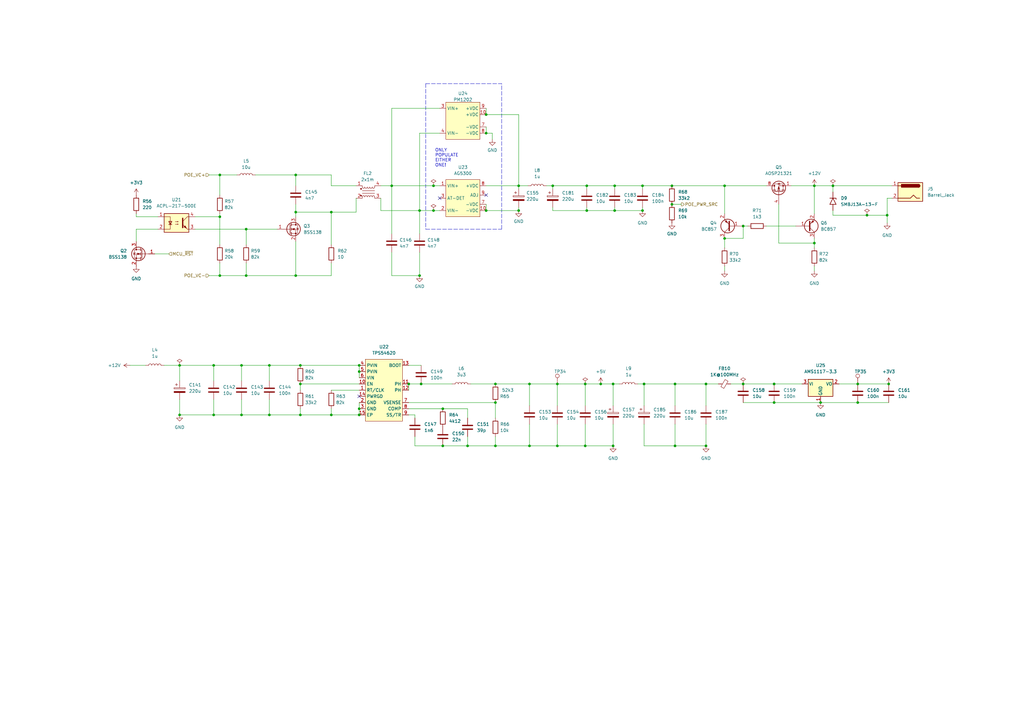
<source format=kicad_sch>
(kicad_sch (version 20211123) (generator eeschema)
  (paper "A3")
  (title_block (title "Kirdy") (date "2022-07-03") (rev "r0.1") (company "M-Labs") (comment 1 "Alex Wong Tat Hang"))
  (lib_symbols
    (symbol "Connector:Barrel_Jack" (pin_names (offset 1.016))
      (property "Reference" "J" (at 0 5.334 0))
      (property "Value" "Barrel_Jack" (at 0 -5.08 0))
      (symbol "Barrel_Jack_1_1"
        (pin passive line (at 7.62 2.54 180) (length 2.54) (name "~") (number "1"))
        (pin passive line (at 7.62 -2.54 180) (length 2.54) (name "~") (number "2"))
      )
    )
    (symbol "Connector:TestPoint" (pin_numbers hide) (pin_names (offset 0.762) hide)
      (property "Reference" "TP" (at 0 6.858 0))
      (property "Value" "TestPoint" (at 0 5.08 0))
      (symbol "TestPoint_1_1"
        (pin passive line (at 0 0 90) (length 2.54) (name "1") (number "1"))
      )
    )
    (symbol "Device:C" (pin_numbers hide) (pin_names (offset 0.254))
      (property "Reference" "C" (at 0.635 2.54 0))
      (property "Value" "C" (at 0.635 -2.54 0))
      (symbol "C_1_1"
        (pin passive line (at 0 3.81 270) (length 2.794) (name "~") (number "1"))
        (pin passive line (at 0 -3.81 90) (length 2.794) (name "~") (number "2"))
      )
    )
    (symbol "Device:C_Polarized" (pin_numbers hide) (pin_names (offset 0.254))
      (property "Reference" "C" (at 0.635 2.54 0))
      (property "Value" "C_Polarized" (at 0.635 -2.54 0))
      (symbol "C_Polarized_1_1"
        (pin passive line (at 0 3.81 270) (length 2.794) (name "~") (number "1"))
        (pin passive line (at 0 -3.81 90) (length 2.794) (name "~") (number "2"))
      )
    )
    (symbol "Device:FerriteBead_Small" (pin_numbers hide) (pin_names (offset 0))
      (property "Reference" "FB" (at 1.905 1.27 0))
      (property "Value" "FerriteBead_Small" (at 1.905 -1.27 0))
      (symbol "FerriteBead_Small_1_1"
        (pin passive line (at 0 2.54 270) (length 1.27) (name "~") (number "1"))
        (pin passive line (at 0 -2.54 90) (length 1.27) (name "~") (number "2"))
      )
    )
    (symbol "Device:Filter_EMI_LL_1423" (pin_names hide)
      (property "Reference" "FL" (at 0 4.445 0))
      (property "Value" "Filter_EMI_LL_1423" (at 0 -4.445 0))
      (symbol "Filter_EMI_LL_1423_1_1"
        (pin passive line (at -5.08 -2.54 0) (length 2.54) (name "1") (number "1"))
        (pin passive line (at -5.08 2.54 0) (length 2.54) (name "2") (number "2"))
        (pin passive line (at 5.08 2.54 180) (length 2.54) (name "3") (number "3"))
        (pin passive line (at 5.08 -2.54 180) (length 2.54) (name "4") (number "4"))
      )
    )
    (symbol "Device:L" (pin_numbers hide) (pin_names (offset 1.016) hide)
      (property "Reference" "L" (at -1.27 0 90))
      (property "Value" "L" (at 1.905 0 90))
      (symbol "L_1_1"
        (pin passive line (at 0 3.81 270) (length 1.27) (name "1") (number "1"))
        (pin passive line (at 0 -3.81 90) (length 1.27) (name "2") (number "2"))
      )
    )
    (symbol "Device:R" (pin_numbers hide) (pin_names (offset 0))
      (property "Reference" "R" (at 2.032 0 90))
      (property "Value" "R" (at 0 0 90))
      (symbol "R_1_1"
        (pin passive line (at 0 3.81 270) (length 1.27) (name "~") (number "1"))
        (pin passive line (at 0 -3.81 90) (length 1.27) (name "~") (number "2"))
      )
    )
    (symbol "Diode:SM6T15A" (pin_numbers hide) (pin_names (offset 1.016) hide)
      (property "Reference" "D" (at 0 2.54 0))
      (property "Value" "SM6T15A" (at 0 -2.54 0))
      (symbol "SM6T15A_1_1"
        (pin passive line (at -3.81 0 0) (length 2.54) (name "A1") (number "1"))
        (pin passive line (at 3.81 0 180) (length 2.54) (name "A2") (number "2"))
      )
    )
    (symbol "Isolator:SFH617A-2X009T"
      (property "Reference" "U" (at -3.81 5.08 0))
      (property "Value" "SFH617A-2X009T" (at 0 -5.08 0))
      (symbol "SFH617A-2X009T_1_1"
        (pin passive line (at -7.62 2.54 0) (length 2.54) (name "~") (number "1"))
        (pin passive line (at -7.62 -2.54 0) (length 2.54) (name "~") (number "2"))
        (pin passive line (at 7.62 -2.54 180) (length 2.54) (name "~") (number "3"))
        (pin passive line (at 7.62 2.54 180) (length 2.54) (name "~") (number "4"))
      )
    )
    (symbol "Regulator_Linear:AMS1117-3.3" (pin_names (offset 0.254))
      (property "Reference" "U" (at -3.81 3.175 0))
      (property "Value" "AMS1117-3.3" (at 0 3.175 0))
      (symbol "AMS1117-3.3_1_1"
        (pin power_in line (at 0 -7.62 90) (length 2.54) (name "GND") (number "1"))
        (pin power_out line (at 7.62 0 180) (length 2.54) (name "VO") (number "2"))
        (pin power_in line (at -7.62 0 0) (length 2.54) (name "VI") (number "3"))
      )
    )
    (symbol "Transistor_BJT:BC857" (pin_names (offset 0) hide)
      (property "Reference" "Q" (at 5.08 1.905 0))
      (property "Value" "BC857" (at 5.08 0 0))
      (symbol "BC857_1_1"
        (pin input line (at -5.08 0 0) (length 5.715) (name "B") (number "1"))
        (pin passive line (at 2.54 -5.08 90) (length 2.54) (name "E") (number "2"))
        (pin passive line (at 2.54 5.08 270) (length 2.54) (name "C") (number "3"))
      )
    )
    (symbol "Transistor_FET:BSS138" (pin_names hide)
      (property "Reference" "Q" (at 5.08 1.905 0))
      (property "Value" "BSS138" (at 5.08 0 0))
      (symbol "BSS138_1_1"
        (pin input line (at -5.08 0 0) (length 2.54) (name "G") (number "1"))
        (pin passive line (at 2.54 -5.08 90) (length 2.54) (name "S") (number "2"))
        (pin passive line (at 2.54 5.08 270) (length 2.54) (name "D") (number "3"))
      )
    )
    (symbol "Transistor_FET:FDS9435A" (pin_names hide)
      (property "Reference" "Q" (at 5.08 1.905 0))
      (property "Value" "FDS9435A" (at 5.08 0 0))
      (symbol "FDS9435A_1_1"
        (pin passive line (at 2.54 -5.08 90) (length 2.54) (name "S") (number "1"))
        (pin passive line (at 2.54 -5.08 90) (length 2.54) hide (name "S") (number "2"))
        (pin passive line (at 2.54 -5.08 90) (length 2.54) hide (name "S") (number "3"))
        (pin passive line (at -5.08 0 0) (length 2.54) (name "G") (number "4"))
        (pin passive line (at 2.54 5.08 270) (length 2.54) hide (name "D") (number "5"))
        (pin passive line (at 2.54 5.08 270) (length 2.54) hide (name "D") (number "6"))
        (pin passive line (at 2.54 5.08 270) (length 2.54) hide (name "D") (number "7"))
        (pin passive line (at 2.54 5.08 270) (length 2.54) (name "D") (number "8"))
      )
    )
    (symbol "kirdy:AG5300"
      (property "Reference" "U" (at 6.35 -6.35 0))
      (property "Value" "AG5300" (at -2.54 -6.35 0))
      (symbol "AG5300_0_0"
        (pin power_in line (at -8.89 7.62 0) (length 2.54) (name "VIN+") (number "1"))
        (pin power_out line (at 10.16 -2.54 180) (length 2.54) (name "-VDC") (number "10"))
        (pin power_in line (at -8.89 -2.54 0) (length 2.54) (name "VIN-") (number "2"))
        (pin output line (at -8.89 2.54 0) (length 2.54) (name "AT-DET") (number "3"))
        (pin no_connect line (at -0.635 5.715 90) (length 2.54) hide (name "NC") (number "4"))
        (pin no_connect line (at 0.635 5.715 90) (length 2.54) hide (name "NC") (number "5"))
        (pin no_connect line (at 1.905 5.715 90) (length 2.54) hide (name "NC") (number "6"))
        (pin passive line (at 10.16 0 180) (length 2.54) (name "-VDC") (number "7"))
        (pin power_out line (at 10.16 7.62 180) (length 2.54) (name "+VDC") (number "8"))
        (pin input line (at 10.16 3.81 180) (length 2.54) (name "ADJ") (number "9"))
      )
    )
    (symbol "kirdy:PM1202"
      (property "Reference" "U" (at 6.35 -6.35 0))
      (property "Value" "PM1202" (at -2.54 -6.35 0))
      (symbol "PM1202_0_0"
        (pin no_connect line (at -2.54 6.35 90) (length 2.54) hide (name "NC") (number "1"))
        (pin power_out line (at 10.16 5.08 180) (length 2.54) (name "+VDC") (number "10"))
        (pin no_connect line (at -0.635 5.715 90) (length 2.54) hide (name "NC") (number "2"))
        (pin power_in line (at -8.89 7.62 0) (length 2.54) (name "VIN+") (number "3"))
        (pin power_in line (at -8.89 -2.54 0) (length 2.54) (name "VIN-") (number "4"))
        (pin no_connect line (at 0.635 5.715 90) (length 2.54) hide (name "NC") (number "5"))
        (pin no_connect line (at 1.905 5.715 90) (length 2.54) hide (name "NC") (number "6"))
        (pin passive line (at 10.16 0 180) (length 2.54) (name "-VDC") (number "7"))
        (pin power_out line (at 10.16 -2.54 180) (length 2.54) (name "-VDC") (number "8"))
        (pin input line (at 10.16 7.62 180) (length 2.54) (name "+VDC") (number "9"))
      )
    )
    (symbol "kirdy:TPS54620"
      (property "Reference" "U" (at 0 -17.78 0))
      (property "Value" "TPS54620" (at 0 -15.24 0))
      (symbol "TPS54620_0_0"
        (pin input line (at -10.16 0 0) (length 2.54) (name "RT/CLK") (number "1"))
        (pin input line (at -10.16 2.54 0) (length 2.54) (name "EN") (number "10"))
        (pin power_out line (at 10.16 2.54 180) (length 2.54) (name "PH") (number "11"))
        (pin passive line (at 10.16 0 180) (length 2.54) (name "PH") (number "12"))
        (pin input line (at 10.16 10.16 180) (length 2.54) (name "BOOT") (number "13"))
        (pin output line (at -10.16 -2.54 0) (length 2.54) (name "PWRGD") (number "14"))
        (pin power_in line (at -10.16 -10.16 0) (length 2.54) (name "EP") (number "15"))
        (pin power_in line (at -10.16 -5.08 0) (length 2.54) (name "GND") (number "2"))
        (pin power_in line (at -10.16 -7.62 0) (length 2.54) (name "GND") (number "3"))
        (pin power_in line (at -10.16 10.16 0) (length 2.54) (name "PVIN") (number "4"))
        (pin power_in line (at -10.16 7.62 0) (length 2.54) (name "PVIN") (number "5"))
        (pin power_in line (at -10.16 5.08 0) (length 2.54) (name "VIN") (number "6"))
        (pin input line (at 10.16 -5.08 180) (length 2.54) (name "VSENSE") (number "7"))
        (pin output line (at 10.16 -7.62 180) (length 2.54) (name "COMP") (number "8"))
        (pin output line (at 10.16 -10.16 180) (length 2.54) (name "SS/TR") (number "9"))
      )
    )
    (symbol "power:+12V" (power) (pin_names (offset 0))
      (property "Value" "+12V" (at 0 3.556 0))
      (symbol "+12V_1_1"
        (pin power_in line (at 0 0 90) (length 0) hide (name "+12V") (number "1"))
      )
    )
    (symbol "power:+3V3" (power) (pin_names (offset 0))
      (property "Value" "+3V3" (at 0 3.556 0))
      (symbol "+3V3_1_1"
        (pin power_in line (at 0 0 90) (length 0) hide (name "+3V3") (number "1"))
      )
    )
    (symbol "power:+5V" (power) (pin_names (offset 0))
      (property "Value" "+5V" (at 0 3.556 0))
      (symbol "+5V_1_1"
        (pin power_in line (at 0 0 90) (length 0) hide (name "+5V") (number "1"))
      )
    )
    (symbol "power:GND" (power) (pin_names (offset 0))
      (property "Value" "GND" (at 0 -3.81 0))
      (symbol "GND_1_1"
        (pin power_in line (at 0 0 270) (length 0) hide (name "GND") (number "1"))
      )
    )
    (symbol "power:PWR_FLAG" (power) (pin_numbers hide) (pin_names (offset 0) hide)
      (property "Value" "PWR_FLAG" (at 0 3.81 0))
      (symbol "PWR_FLAG_0_0"
        (pin power_out line (at 0 0 90) (length 0) (name "pwr") (number "1"))
      )
    )
  )
  (junction (at 240.665 76.2))
  (junction (at 87.63 149.86))
  (junction (at 199.39 54.61))
  (junction (at 212.725 86.36))
  (junction (at 364.49 157.48))
  (junction (at 252.095 86.36))
  (junction (at 276.86 157.48))
  (junction (at 334.01 99.695))
  (junction (at 181.61 182.88))
  (junction (at 147.32 167.64))
  (junction (at 100.965 93.98))
  (junction (at 251.46 182.88))
  (junction (at 181.61 167.64))
  (junction (at 246.38 157.48))
  (junction (at 121.285 86.995))
  (junction (at 317.5 165.1))
  (junction (at 228.6 157.48))
  (junction (at 203.2 157.48))
  (junction (at 90.17 113.03))
  (junction (at 135.89 86.995))
  (junction (at 304.8 92.71))
  (junction (at 251.46 157.48))
  (junction (at 110.49 170.18))
  (junction (at 167.64 157.48))
  (junction (at 172.085 113.03))
  (junction (at 135.89 170.18))
  (junction (at 73.66 170.18))
  (junction (at 275.59 83.82))
  (junction (at 212.725 76.2))
  (junction (at 177.8 86.36))
  (junction (at 363.855 88.265))
  (junction (at 90.17 88.9))
  (junction (at 240.03 182.88))
  (junction (at 263.525 86.36))
  (junction (at 147.32 149.86))
  (junction (at 203.2 182.88))
  (junction (at 336.55 165.1))
  (junction (at 121.285 113.03))
  (junction (at 240.03 157.48))
  (junction (at 110.49 149.86))
  (junction (at 351.79 165.1))
  (junction (at 160.655 76.2))
  (junction (at 252.095 76.2))
  (junction (at 121.285 71.755))
  (junction (at 123.19 170.18))
  (junction (at 317.5 157.48))
  (junction (at 289.56 157.48))
  (junction (at 351.79 157.48))
  (junction (at 203.2 165.1))
  (junction (at 263.525 76.2))
  (junction (at 240.665 86.36))
  (junction (at 217.17 182.88))
  (junction (at 297.18 76.2))
  (junction (at 226.695 76.2))
  (junction (at 177.8 76.2))
  (junction (at 304.8 157.48))
  (junction (at 217.17 157.48))
  (junction (at 87.63 170.18))
  (junction (at 123.19 149.86))
  (junction (at 199.39 46.99))
  (junction (at 73.66 149.86))
  (junction (at 341.63 76.2))
  (junction (at 90.17 71.755))
  (junction (at 99.06 170.18))
  (junction (at 289.56 182.88))
  (junction (at 100.965 113.03))
  (junction (at 297.18 97.79))
  (junction (at 147.32 152.4))
  (junction (at 228.6 182.88))
  (junction (at 355.6 88.265))
  (junction (at 275.59 76.2))
  (junction (at 191.77 182.88))
  (junction (at 99.06 149.86))
  (junction (at 172.085 86.36))
  (junction (at 334.01 76.2))
  (junction (at 123.19 157.48))
  (junction (at 276.86 182.88))
  (junction (at 147.32 170.18))
  (junction (at 172.72 157.48))
  (junction (at 199.39 86.36))
  (junction (at 264.16 157.48))
  (no_connect (at 180.34 81.28))
  (no_connect (at 199.39 80.01))
  (no_connect (at 147.32 162.56))
  (wire (pts (xy 224.155 76.2) (xy 226.695 76.2)))
  (wire (pts (xy 104.775 71.755) (xy 121.285 71.755)))
  (wire (pts (xy 121.285 86.995) (xy 121.285 88.9)))
  (wire (pts (xy 135.89 167.64) (xy 135.89 170.18)))
  (wire (pts (xy 146.05 76.2) (xy 135.89 76.2)))
  (wire (pts (xy 263.525 77.47) (xy 263.525 76.2)))
  (wire (pts (xy 240.665 76.2) (xy 252.095 76.2)))
  (wire (pts (xy 87.63 149.86) (xy 99.06 149.86)))
  (wire (pts (xy 147.32 165.1) (xy 147.32 167.64)))
  (wire (pts (xy 80.01 93.98) (xy 100.965 93.98)))
  (wire (pts (xy 199.39 86.36) (xy 212.725 86.36)))
  (wire (pts (xy 110.49 149.86) (xy 123.19 149.86)))
  (wire (pts (xy 63.5 104.14) (xy 69.215 104.14)))
  (wire (pts (xy 160.655 113.03) (xy 172.085 113.03)))
  (wire (pts (xy 135.89 86.995) (xy 135.89 100.33)))
  (wire (pts (xy 99.06 163.83) (xy 99.06 170.18)))
  (wire (pts (xy 264.16 157.48) (xy 276.86 157.48)))
  (wire (pts (xy 146.05 81.28) (xy 146.05 86.995)))
  (wire (pts (xy 199.39 83.82) (xy 199.39 86.36)))
  (wire (pts (xy 172.085 103.505) (xy 172.085 113.03)))
  (wire (pts (xy 135.89 160.02) (xy 147.32 160.02)))
  (wire (pts (xy 228.6 182.88) (xy 240.03 182.88)))
  (wire (pts (xy 341.63 76.2) (xy 365.76 76.2)))
  (wire (pts (xy 99.06 170.18) (xy 110.49 170.18)))
  (wire (pts (xy 110.49 170.18) (xy 123.19 170.18)))
  (wire (pts (xy 156.21 86.36) (xy 172.085 86.36)))
  (wire (pts (xy 304.8 165.1) (xy 317.5 165.1)))
  (wire (pts (xy 170.18 179.07) (xy 170.18 182.88)))
  (wire (pts (xy 203.2 182.88) (xy 203.2 179.07)))
  (wire (pts (xy 181.61 167.64) (xy 191.77 167.64)))
  (wire (pts (xy 217.17 157.48) (xy 217.17 166.37)))
  (wire (pts (xy 53.34 149.86) (xy 59.69 149.86)))
  (wire (pts (xy 324.485 76.2) (xy 334.01 76.2)))
  (wire (pts (xy 177.8 76.2) (xy 180.34 76.2)))
  (wire (pts (xy 252.095 77.47) (xy 252.095 76.2)))
  (polyline (pts (xy 205.74 93.98) (xy 205.74 34.29)))
  (wire (pts (xy 147.32 149.86) (xy 147.32 152.4)))
  (wire (pts (xy 85.725 113.03) (xy 90.17 113.03)))
  (wire (pts (xy 80.01 88.9) (xy 90.17 88.9)))
  (wire (pts (xy 167.64 149.86) (xy 172.72 149.86)))
  (wire (pts (xy 123.19 157.48) (xy 123.19 160.02)))
  (wire (pts (xy 100.965 113.03) (xy 100.965 107.95)))
  (wire (pts (xy 123.19 167.64) (xy 123.19 170.18)))
  (wire (pts (xy 73.66 163.83) (xy 73.66 170.18)))
  (wire (pts (xy 240.03 157.48) (xy 240.03 166.37)))
  (wire (pts (xy 199.39 54.61) (xy 201.93 54.61)))
  (wire (pts (xy 251.46 182.88) (xy 251.46 173.99)))
  (wire (pts (xy 121.285 86.995) (xy 135.89 86.995)))
  (wire (pts (xy 317.5 157.48) (xy 328.93 157.48)))
  (wire (pts (xy 276.86 157.48) (xy 289.56 157.48)))
  (wire (pts (xy 99.06 149.86) (xy 110.49 149.86)))
  (wire (pts (xy 177.8 86.36) (xy 180.34 86.36)))
  (wire (pts (xy 135.89 71.755) (xy 121.285 71.755)))
  (wire (pts (xy 167.64 165.1) (xy 203.2 165.1)))
  (wire (pts (xy 90.17 80.01) (xy 90.17 71.755)))
  (wire (pts (xy 289.56 173.99) (xy 289.56 182.88)))
  (wire (pts (xy 251.46 157.48) (xy 251.46 166.37)))
  (wire (pts (xy 334.01 76.2) (xy 334.01 87.63)))
  (wire (pts (xy 123.19 157.48) (xy 147.32 157.48)))
  (wire (pts (xy 135.89 113.03) (xy 121.285 113.03)))
  (wire (pts (xy 363.855 81.28) (xy 365.76 81.28)))
  (wire (pts (xy 341.63 86.36) (xy 341.63 88.265)))
  (wire (pts (xy 87.63 170.18) (xy 99.06 170.18)))
  (wire (pts (xy 135.89 170.18) (xy 147.32 170.18)))
  (wire (pts (xy 90.17 113.03) (xy 100.965 113.03)))
  (wire (pts (xy 351.79 157.48) (xy 364.49 157.48)))
  (wire (pts (xy 135.89 107.95) (xy 135.89 113.03)))
  (wire (pts (xy 212.725 76.2) (xy 212.725 77.47)))
  (wire (pts (xy 123.19 149.86) (xy 147.32 149.86)))
  (wire (pts (xy 276.86 166.37) (xy 276.86 157.48)))
  (wire (pts (xy 263.525 76.2) (xy 275.59 76.2)))
  (wire (pts (xy 156.21 81.28) (xy 156.21 86.36)))
  (wire (pts (xy 276.86 182.88) (xy 289.56 182.88)))
  (wire (pts (xy 160.655 44.45) (xy 160.655 76.2)))
  (wire (pts (xy 55.88 93.98) (xy 64.77 93.98)))
  (wire (pts (xy 73.66 156.21) (xy 73.66 149.86)))
  (wire (pts (xy 121.285 113.03) (xy 100.965 113.03)))
  (wire (pts (xy 217.17 157.48) (xy 228.6 157.48)))
  (wire (pts (xy 90.17 87.63) (xy 90.17 88.9)))
  (wire (pts (xy 90.17 71.755) (xy 97.155 71.755)))
  (wire (pts (xy 172.085 86.36) (xy 172.085 95.885)))
  (wire (pts (xy 226.695 76.2) (xy 240.665 76.2)))
  (wire (pts (xy 55.88 99.06) (xy 55.88 93.98)))
  (wire (pts (xy 263.525 85.09) (xy 263.525 86.36)))
  (wire (pts (xy 203.2 157.48) (xy 217.17 157.48)))
  (wire (pts (xy 344.17 157.48) (xy 351.79 157.48)))
  (wire (pts (xy 123.19 170.18) (xy 135.89 170.18)))
  (wire (pts (xy 170.18 182.88) (xy 181.61 182.88)))
  (polyline (pts (xy 174.625 93.98) (xy 205.74 93.98)))
  (wire (pts (xy 334.01 76.2) (xy 341.63 76.2)))
  (wire (pts (xy 180.34 44.45) (xy 160.655 44.45)))
  (wire (pts (xy 341.63 76.2) (xy 341.63 78.74)))
  (wire (pts (xy 191.77 182.88) (xy 203.2 182.88)))
  (wire (pts (xy 172.72 157.48) (xy 185.42 157.48)))
  (wire (pts (xy 261.62 157.48) (xy 264.16 157.48)))
  (wire (pts (xy 121.285 71.755) (xy 121.285 76.2)))
  (wire (pts (xy 199.39 44.45) (xy 199.39 46.99)))
  (wire (pts (xy 90.17 88.9) (xy 90.17 100.33)))
  (wire (pts (xy 110.49 163.83) (xy 110.49 170.18)))
  (wire (pts (xy 304.8 92.71) (xy 306.705 92.71)))
  (wire (pts (xy 216.535 76.2) (xy 212.725 76.2)))
  (wire (pts (xy 100.965 93.98) (xy 113.665 93.98)))
  (wire (pts (xy 55.88 87.63) (xy 55.88 88.9)))
  (wire (pts (xy 203.2 182.88) (xy 217.17 182.88)))
  (wire (pts (xy 254 157.48) (xy 251.46 157.48)))
  (wire (pts (xy 341.63 88.265) (xy 355.6 88.265)))
  (wire (pts (xy 297.18 97.79) (xy 297.18 101.6)))
  (wire (pts (xy 297.18 76.2) (xy 297.18 87.63)))
  (wire (pts (xy 212.725 46.99) (xy 212.725 76.2)))
  (wire (pts (xy 100.965 93.98) (xy 100.965 100.33)))
  (wire (pts (xy 228.6 157.48) (xy 240.03 157.48)))
  (wire (pts (xy 264.16 182.88) (xy 264.16 173.99)))
  (wire (pts (xy 90.17 107.95) (xy 90.17 113.03)))
  (wire (pts (xy 252.095 85.09) (xy 252.095 86.36)))
  (wire (pts (xy 73.66 149.86) (xy 87.63 149.86)))
  (wire (pts (xy 319.405 83.82) (xy 319.405 99.695)))
  (wire (pts (xy 212.725 86.36) (xy 212.725 85.09)))
  (wire (pts (xy 160.655 103.505) (xy 160.655 113.03)))
  (wire (pts (xy 147.32 167.64) (xy 147.32 170.18)))
  (wire (pts (xy 299.72 157.48) (xy 304.8 157.48)))
  (polyline (pts (xy 174.625 34.29) (xy 205.74 34.29)))
  (wire (pts (xy 363.855 88.265) (xy 363.855 81.28)))
  (wire (pts (xy 252.095 76.2) (xy 263.525 76.2)))
  (wire (pts (xy 334.01 109.22) (xy 334.01 111.125)))
  (polyline (pts (xy 174.625 34.29) (xy 174.625 93.98)))
  (wire (pts (xy 297.18 109.22) (xy 297.18 111.125)))
  (wire (pts (xy 87.63 149.86) (xy 87.63 156.21)))
  (wire (pts (xy 317.5 165.1) (xy 336.55 165.1)))
  (wire (pts (xy 203.2 171.45) (xy 203.2 165.1)))
  (wire (pts (xy 167.64 157.48) (xy 172.72 157.48)))
  (wire (pts (xy 147.32 152.4) (xy 147.32 154.94)))
  (wire (pts (xy 121.285 99.06) (xy 121.285 113.03)))
  (wire (pts (xy 170.18 170.18) (xy 170.18 171.45)))
  (wire (pts (xy 193.04 157.48) (xy 203.2 157.48)))
  (wire (pts (xy 297.18 97.79) (xy 304.8 97.79)))
  (wire (pts (xy 146.05 86.995) (xy 135.89 86.995)))
  (wire (pts (xy 252.095 86.36) (xy 263.525 86.36)))
  (wire (pts (xy 355.6 88.265) (xy 363.855 88.265)))
  (wire (pts (xy 275.59 83.82) (xy 279.4 83.82)))
  (wire (pts (xy 172.085 86.36) (xy 177.8 86.36)))
  (wire (pts (xy 172.085 54.61) (xy 180.34 54.61)))
  (wire (pts (xy 226.695 77.47) (xy 226.695 76.2)))
  (wire (pts (xy 228.6 157.48) (xy 228.6 166.37)))
  (wire (pts (xy 264.16 182.88) (xy 276.86 182.88)))
  (wire (pts (xy 87.63 163.83) (xy 87.63 170.18)))
  (wire (pts (xy 191.77 182.88) (xy 191.77 179.07)))
  (wire (pts (xy 304.8 97.79) (xy 304.8 92.71)))
  (wire (pts (xy 199.39 46.99) (xy 212.725 46.99)))
  (wire (pts (xy 240.03 173.99) (xy 240.03 182.88)))
  (wire (pts (xy 121.285 83.82) (xy 121.285 86.995)))
  (wire (pts (xy 217.17 173.99) (xy 217.17 182.88)))
  (wire (pts (xy 167.64 170.18) (xy 170.18 170.18)))
  (wire (pts (xy 240.665 77.47) (xy 240.665 76.2)))
  (wire (pts (xy 199.39 76.2) (xy 212.725 76.2)))
  (wire (pts (xy 246.38 157.48) (xy 251.46 157.48)))
  (wire (pts (xy 181.61 182.88) (xy 191.77 182.88)))
  (wire (pts (xy 226.695 86.36) (xy 240.665 86.36)))
  (wire (pts (xy 240.665 86.36) (xy 252.095 86.36)))
  (wire (pts (xy 73.66 170.18) (xy 87.63 170.18)))
  (wire (pts (xy 135.89 76.2) (xy 135.89 71.755)))
  (wire (pts (xy 240.665 85.09) (xy 240.665 86.36)))
  (wire (pts (xy 276.86 173.99) (xy 276.86 182.88)))
  (wire (pts (xy 67.31 149.86) (xy 73.66 149.86)))
  (wire (pts (xy 297.18 76.2) (xy 314.325 76.2)))
  (wire (pts (xy 228.6 173.99) (xy 228.6 182.88)))
  (wire (pts (xy 110.49 149.86) (xy 110.49 156.21)))
  (wire (pts (xy 264.16 166.37) (xy 264.16 157.48)))
  (wire (pts (xy 191.77 167.64) (xy 191.77 171.45)))
  (wire (pts (xy 240.03 182.88) (xy 251.46 182.88)))
  (wire (pts (xy 160.655 76.2) (xy 177.8 76.2)))
  (wire (pts (xy 334.01 99.695) (xy 334.01 101.6)))
  (wire (pts (xy 319.405 99.695) (xy 334.01 99.695)))
  (wire (pts (xy 201.93 54.61) (xy 201.93 57.15)))
  (wire (pts (xy 226.695 86.36) (xy 226.695 85.09)))
  (wire (pts (xy 351.79 165.1) (xy 364.49 165.1)))
  (wire (pts (xy 172.085 86.36) (xy 172.085 54.61)))
  (wire (pts (xy 167.64 167.64) (xy 181.61 167.64)))
  (wire (pts (xy 304.8 157.48) (xy 317.5 157.48)))
  (wire (pts (xy 314.325 92.71) (xy 326.39 92.71)))
  (wire (pts (xy 99.06 156.21) (xy 99.06 149.86)))
  (wire (pts (xy 289.56 157.48) (xy 294.64 157.48)))
  (wire (pts (xy 167.64 157.48) (xy 167.64 160.02)))
  (wire (pts (xy 199.39 52.07) (xy 199.39 54.61)))
  (wire (pts (xy 85.725 71.755) (xy 90.17 71.755)))
  (wire (pts (xy 156.21 76.2) (xy 160.655 76.2)))
  (wire (pts (xy 55.88 88.9) (xy 64.77 88.9)))
  (wire (pts (xy 160.655 76.2) (xy 160.655 95.885)))
  (wire (pts (xy 334.01 97.79) (xy 334.01 99.695)))
  (wire (pts (xy 240.03 157.48) (xy 246.38 157.48)))
  (wire (pts (xy 217.17 182.88) (xy 228.6 182.88)))
  (wire (pts (xy 363.855 91.44) (xy 363.855 88.265)))
  (wire (pts (xy 275.59 76.2) (xy 297.18 76.2)))
  (wire (pts (xy 289.56 166.37) (xy 289.56 157.48)))
  (wire (pts (xy 336.55 165.1) (xy 351.79 165.1)))
  (text "ONLY \nPOPULATE\nEITHER\nONE!" (at 178.435 68.58 0) (effects (font (size 1.27 1.27)) (justify left bottom)))
  (hierarchical_label "POE_PWR_SRC" (shape output) (at 279.4 83.82 0))
  (hierarchical_label "POE_VC+" (shape input) (at 85.725 71.755 180))
  (hierarchical_label "POE_VC-" (shape input) (at 85.725 113.03 180))
  (hierarchical_label "MCU_~{RST}" (shape input) (at 69.215 104.14 0))
  (symbol (lib_id "Device:L") (at 189.23 157.48 90) (unit 1)
    (property "Reference" "L6" (at 189.23 151.13 90))
    (property "Value" "3u3" (at 189.23 153.67 90))
    (property "Footprint" "Inductor_SMD:L_Wuerth_MAPI-4020" (effects hide))
    (property "MFR_PN" "74438356033" (effects hide))
  )
  (symbol (lib_id "Device:C") (at 276.86 170.18 0) (unit 1)
    (property "Reference" "C186" (at 280.67 168.9099 0) (effects (justify left)))
    (property "Value" "10u" (at 280.67 171.4499 0) (effects (justify left)))
    (property "Footprint" "Capacitor_SMD:C_0805_2012Metric" (effects hide))
    (property "MFR_PN" "CL21B106KOQNNNG" (effects hide))
    (property "MFR_PN_ALT" "CL21B106KOQNNNE" (effects hide))
  )
  (symbol (lib_id "Device:C") (at 263.525 81.28 0) (unit 1)
    (property "Reference" "C184" (at 267.335 80.0099 0) (effects (justify left)))
    (property "Value" "100n" (at 267.335 82.5499 0) (effects (justify left)))
    (property "Footprint" "Capacitor_SMD:C_0603_1608Metric" (effects hide))
    (property "MFR_PN" "CL10B104KB8NNWC" (effects hide))
    (property "MFR_PN_ALT" "CL10B104KB8NNNL" (effects hide))
  )
  (symbol (lib_id "Transistor_FET:BSS138") (at 118.745 93.98 0) (unit 1)
    (property "Reference" "Q3" (at 124.46 92.7099 0) (effects (justify left)))
    (property "Value" "BSS138" (at 124.46 95.2499 0) (effects (justify left)))
    (property "Footprint" "Package_TO_SOT_SMD:SOT-23" (effects hide))
    (property "Datasheet" "https://www.onsemi.com/pub/Collateral/BSS138-D.PDF" (effects hide))
    (property "MFR_PN" "BSS138W-TP" (effects hide))
    (property "MFR_PN_ALT" "BSS138W-7-F" (effects hide))
  )
  (symbol (lib_id "Device:R") (at 90.17 104.14 0) (unit 1)
    (property "Reference" "R58" (at 92.075 102.8699 0) (effects (justify left)))
    (property "Value" "20k" (at 92.075 105.4099 0) (effects (justify left)))
    (property "Footprint" "Resistor_SMD:R_0603_1608Metric" (effects hide))
    (property "MFR_PN" "RMCF0603FT20K0" (effects hide))
    (property "MFR_PN_ALT" "RC0603FR-0720KL" (effects hide))
  )
  (symbol (lib_id "Device:L") (at 100.965 71.755 90) (unit 1)
    (property "Reference" "L5" (at 100.965 66.04 90))
    (property "Value" "10u" (at 100.965 68.58 90))
    (property "Footprint" "Inductor_SMD:L_Wuerth_WE-PD-Typ-LS" (effects hide))
    (property "MFR_PN" "74477110" (effects hide))
  )
  (symbol (lib_id "Device:C") (at 170.18 175.26 0) (unit 1)
    (property "Reference" "C147" (at 173.99 173.9899 0) (effects (justify left)))
    (property "Value" "1n6" (at 173.99 176.5299 0) (effects (justify left)))
    (property "Footprint" "Capacitor_SMD:C_0603_1608Metric" (effects hide))
    (property "MFR_PN" "GCM1885C1H162FA16D" (effects hide))
    (property "MFR_PN_ALT" "C0603C162J5GAC7867" (effects hide))
  )
  (symbol (lib_id "Device:C") (at 252.095 81.28 0) (unit 1)
    (property "Reference" "C183" (at 255.905 80.0099 0) (effects (justify left)))
    (property "Value" "10u" (at 255.905 82.5499 0) (effects (justify left)))
    (property "Footprint" "Capacitor_SMD:C_0805_2012Metric" (effects hide))
    (property "MFR_PN" "CL21B106KOQNNNG" (effects hide))
    (property "MFR_PN_ALT" "CL21B106KOQNNNE" (effects hide))
  )
  (symbol (lib_id "Device:C_Polarized") (at 264.16 170.18 0) (unit 1)
    (property "Reference" "C185" (at 267.97 168.0209 0) (effects (justify left)))
    (property "Value" "220u" (at 267.97 170.5609 0) (effects (justify left)))
    (property "Footprint" "Capacitor_Tantalum_SMD:CP_EIA-7343-15_Kemet-W" (effects hide))
    (property "MFR_PN" "T491D227K016AT" (effects hide))
    (property "MFR_PN_ALT" "293D227X9016E2TE3" (effects hide))
  )
  (symbol (lib_id "Isolator:SFH617A-2X009T") (at 72.39 91.44 0) (unit 1)
    (property "Reference" "U21" (at 72.39 81.915 0))
    (property "Value" "ACPL-217-500E" (at 72.39 84.455 0))
    (property "Footprint" "Package_DIP:SMDIP-4_W7.62mm" (effects hide))
    (property "Datasheet" "http://www.vishay.com/docs/83740/sfh617a.pdf" (effects hide))
    (property "MFR_PN" "EL3H7(C)(TA)-VG" (effects hide))
  )
  (symbol (lib_id "Device:C") (at 121.285 80.01 0) (unit 1)
    (property "Reference" "C145" (at 125.095 78.7399 0) (effects (justify left)))
    (property "Value" "4n7" (at 125.095 81.2799 0) (effects (justify left)))
    (property "Footprint" "Capacitor_SMD:C_1206_3216Metric" (effects hide))
    (property "MFR_PN" "12067C472KAT2A" (effects hide))
    (property "MFR_PN_ALT" "1206B472K501NT" (effects hide))
  )
  (symbol (lib_id "Device:C") (at 240.03 170.18 0) (unit 1)
    (property "Reference" "C156" (at 243.84 168.9099 0) (effects (justify left)))
    (property "Value" "10u" (at 243.84 171.4499 0) (effects (justify left)))
    (property "Footprint" "Capacitor_SMD:C_0805_2012Metric" (effects hide))
    (property "MFR_PN" "CL21B106KOQNNNG" (effects hide))
    (property "MFR_PN_ALT" "CL21B106KOQNNNE" (effects hide))
  )
  (symbol (lib_id "Device:R") (at 100.965 104.14 0) (unit 1)
    (property "Reference" "R59" (at 102.87 102.8699 0) (effects (justify left)))
    (property "Value" "82k" (at 102.87 105.4099 0) (effects (justify left)))
    (property "Footprint" "Resistor_SMD:R_0603_1608Metric" (effects hide))
    (property "MFR_PN" "CRGCQ0603F82K" (effects hide))
    (property "MFR_PN_ALT" "RMCF0603FT82K0" (effects hide))
  )
  (symbol (lib_id "power:GND") (at 172.085 113.03 0) (unit 1)
    (property "Reference" "#PWR0129" (effects hide))
    (property "Value" "GND" (at 172.085 117.475 0))
  )
  (symbol (lib_id "Device:C") (at 160.655 99.695 0) (unit 1)
    (property "Reference" "C146" (at 163.83 98.4249 0) (effects (justify left)))
    (property "Value" "4n7" (at 163.83 100.9649 0) (effects (justify left)))
    (property "Footprint" "Capacitor_SMD:C_1206_3216Metric" (effects hide))
    (property "MFR_PN" "12067C472KAT2A" (effects hide))
    (property "MFR_PN_ALT" "1206B472K501NT" (effects hide))
  )
  (symbol (lib_id "power:GND") (at 363.855 91.44 0) (unit 1)
    (property "Reference" "#PWR0140" (effects hide))
    (property "Value" "GND" (at 363.855 96.52 0))
  )
  (symbol (lib_id "Device:C_Polarized") (at 226.695 81.28 0) (unit 1)
    (property "Reference" "C181" (at 230.505 79.1209 0) (effects (justify left)))
    (property "Value" "220u" (at 230.505 81.6609 0) (effects (justify left)))
    (property "Footprint" "Capacitor_Tantalum_SMD:CP_EIA-7343-15_Kemet-W" (effects hide))
    (property "MFR_PN" "T491D227K016AT" (effects hide))
    (property "MFR_PN_ALT" "293D227X9016E2TE3" (effects hide))
  )
  (symbol (lib_id "power:GND") (at 334.01 111.125 0) (unit 1)
    (property "Reference" "#PWR0137" (effects hide))
    (property "Value" "GND" (at 334.01 116.205 0))
  )
  (symbol (lib_id "Device:R") (at 181.61 171.45 0) (unit 1)
    (property "Reference" "R64" (at 184.15 170.1799 0) (effects (justify left)))
    (property "Value" "4k12" (at 184.15 172.7199 0) (effects (justify left)))
    (property "Footprint" "Resistor_SMD:R_0603_1608Metric" (effects hide))
    (property "MFR_PN" "RMCF0603FT4K12" (effects hide))
    (property "MFR_PN_ALT" "RC0603FR-074K12L" (effects hide))
  )
  (symbol (lib_id "Device:C") (at 304.8 161.29 0) (unit 1)
    (property "Reference" "C158" (at 308.61 160.0199 0) (effects (justify left)))
    (property "Value" "10u" (at 308.61 162.5599 0) (effects (justify left)))
    (property "Footprint" "Capacitor_SMD:C_0805_2012Metric" (effects hide))
    (property "MFR_PN" "CL21B106KOQNNNG" (effects hide))
    (property "MFR_PN_ALT" "CL21B106KOQNNNE" (effects hide))
  )
  (symbol (lib_id "Device:C") (at 351.79 161.29 0) (unit 1)
    (property "Reference" "C160" (at 355.6 160.0199 0) (effects (justify left)))
    (property "Value" "100n" (at 355.6 162.5599 0) (effects (justify left)))
    (property "Footprint" "Capacitor_SMD:C_0603_1608Metric" (effects hide))
    (property "MFR_PN" "CL10B104KB8NNWC" (effects hide))
    (property "MFR_PN_ALT" "CL10B104KB8NNNL" (effects hide))
  )
  (symbol (lib_id "power:+12V") (at 334.01 76.2 0) (unit 1)
    (property "Reference" "#PWR0136" (effects hide))
    (property "Value" "+12V" (at 334.01 71.12 0))
  )
  (symbol (lib_id "power:PWR_FLAG") (at 304.8 157.48 0) (unit 1)
    (property "Reference" "#FLG0111" (effects hide))
    (property "Value" "PWR_FLAG" (effects hide))
  )
  (symbol (lib_id "power:GND") (at 297.18 111.125 0) (unit 1)
    (property "Reference" "#PWR0135" (effects hide))
    (property "Value" "GND" (at 297.18 116.205 0))
  )
  (symbol (lib_id "Device:C") (at 87.63 160.02 0) (unit 1)
    (property "Reference" "C142" (at 91.44 158.7499 0) (effects (justify left)))
    (property "Value" "10u" (at 91.44 161.2899 0) (effects (justify left)))
    (property "Footprint" "Capacitor_SMD:C_0805_2012Metric" (effects hide))
    (property "MFR_PN" "CL21B106KOQNNNG" (effects hide))
    (property "MFR_PN_ALT" "CL21B106KOQNNNE" (effects hide))
  )
  (symbol (lib_id "Device:R") (at 123.19 153.67 0) (unit 1)
    (property "Reference" "R60" (at 125.095 152.3999 0) (effects (justify left)))
    (property "Value" "82k" (at 125.095 154.9399 0) (effects (justify left)))
    (property "Footprint" "Resistor_SMD:R_0603_1608Metric" (effects hide))
    (property "MFR_PN" "CRGCQ0603F82K" (effects hide))
    (property "MFR_PN_ALT" "RMCF0603FT82K0" (effects hide))
  )
  (symbol (lib_id "Device:C_Polarized") (at 251.46 170.18 0) (unit 1)
    (property "Reference" "C157" (at 255.27 168.0209 0) (effects (justify left)))
    (property "Value" "220u" (at 255.27 170.5609 0) (effects (justify left)))
    (property "Footprint" "Capacitor_Tantalum_SMD:CP_EIA-7343-15_Kemet-W" (effects hide))
    (property "MFR_PN" "T491D227K016AT" (effects hide))
    (property "MFR_PN_ALT" "293D227X9016E2TE3" (effects hide))
  )
  (symbol (lib_id "kirdy:PM1202") (at 189.23 52.07 0) (unit 1)
    (property "Reference" "U24" (at 189.865 38.3372 0))
    (property "Value" "PM1202" (at 189.865 40.8741 0))
    (property "Footprint" "kirdy:PM1202" (effects hide))
  )
  (symbol (lib_id "Device:C") (at 172.72 153.67 0) (unit 1)
    (property "Reference" "C149" (at 176.53 152.3999 0) (effects (justify left)))
    (property "Value" "100n" (at 176.53 154.9399 0) (effects (justify left)))
    (property "Footprint" "Capacitor_SMD:C_0603_1608Metric" (effects hide))
    (property "MFR_PN" "CL10B104KB8NNWC" (effects hide))
    (property "MFR_PN_ALT" "CL10B104KB8NNNL" (effects hide))
  )
  (symbol (lib_id "Diode:SM6T15A") (at 341.63 82.55 270) (unit 1)
    (property "Reference" "D9" (at 344.805 81.2799 90) (effects (justify left)))
    (property "Value" "SMBJ13A-13-F" (at 344.805 83.8199 90) (effects (justify left)))
    (property "Footprint" "Diode_SMD:D_SMB" (effects hide))
    (property "Datasheet" "https://www.st.com/resource/en/datasheet/sm6t.pdf" (effects hide))
    (property "MFR_PN" "SMBJ13A-13-F" (effects hide))
    (property "MFR_PN_ALT" "P6SMB16A" (effects hide))
  )
  (symbol (lib_id "Device:C") (at 228.6 170.18 0) (unit 1)
    (property "Reference" "C154" (at 232.41 168.9099 0) (effects (justify left)))
    (property "Value" "10u" (at 232.41 171.4499 0) (effects (justify left)))
    (property "Footprint" "Capacitor_SMD:C_0805_2012Metric" (effects hide))
    (property "MFR_PN" "CL21B106KOQNNNG" (effects hide))
    (property "MFR_PN_ALT" "CL21B106KOQNNNE" (effects hide))
  )
  (symbol (lib_id "Device:R") (at 203.2 161.29 180) (unit 1)
    (property "Reference" "R65" (at 207.01 162.56 0))
    (property "Value" "52k3" (at 208.28 160.02 0))
    (property "Footprint" "Resistor_SMD:R_0603_1608Metric" (effects hide))
    (property "MFR_PN" "CR0603-FX-5232ELF" (effects hide))
    (property "MFR_PN_ALT" "ERJ-3EKF5232V" (effects hide))
  )
  (symbol (lib_id "Device:C") (at 191.77 175.26 0) (unit 1)
    (property "Reference" "C151" (at 195.58 173.9899 0) (effects (justify left)))
    (property "Value" "39p" (at 195.58 176.5299 0) (effects (justify left)))
    (property "Footprint" "Capacitor_SMD:C_0603_1608Metric" (effects hide))
    (property "MFR_PN" "0603N390J500CT" (effects hide))
    (property "MFR_PN_ALT" "CML0603C0G390JT50V" (effects hide))
  )
  (symbol (lib_id "power:+3V3") (at 55.88 80.01 0) (unit 1)
    (property "Reference" "#PWR0126" (effects hide))
    (property "Value" "+3V3" (at 55.88 74.93 0))
  )
  (symbol (lib_id "Device:R") (at 275.59 80.01 0) (unit 1)
    (property "Reference" "R68" (at 278.13 78.7399 0) (effects (justify left)))
    (property "Value" "33k2" (at 278.13 81.2799 0) (effects (justify left)))
    (property "Footprint" "Resistor_SMD:R_0603_1608Metric" (effects hide))
    (property "MFR_PN" "CR0603-FX-3322ELF" (effects hide))
    (property "MFR_PN_ALT" "RC0603FR-0733K2L" (effects hide))
  )
  (symbol (lib_id "kirdy:AG5300") (at 189.23 83.82 0) (unit 1)
    (property "Reference" "U23" (at 189.865 68.58 0))
    (property "Value" "AG5300" (at 189.865 71.12 0))
    (property "Footprint" "kirdy:AG5300" (effects hide))
    (property "Datasheet" "https://silvertel.com/images/datasheets/Ag5300-datasheet-smallest-30W-Power-Over-Ethernet-Plus-Module-PoEplusPD.pdf" (effects hide))
    (property "MFR_PN" "AG5300" (effects hide))
  )
  (symbol (lib_id "power:GND") (at 73.66 170.18 0) (unit 1)
    (property "Reference" "#PWR0128" (effects hide))
    (property "Value" "GND" (at 73.66 175.26 0))
  )
  (symbol (lib_id "power:PWR_FLAG") (at 177.8 76.2 0) (unit 1)
    (property "Reference" "#FLG0115" (effects hide))
    (property "Value" "PWR_FLAG" (effects hide))
  )
  (symbol (lib_id "power:GND") (at 55.88 109.22 0) (unit 1)
    (property "Reference" "#PWR0127" (effects hide))
    (property "Value" "GND" (at 55.88 114.3 0))
  )
  (symbol (lib_id "Device:R") (at 310.515 92.71 90) (unit 1)
    (property "Reference" "R71" (at 310.515 86.36 90))
    (property "Value" "1k3" (at 310.515 88.9 90))
    (property "Footprint" "Resistor_SMD:R_0603_1608Metric" (effects hide))
    (property "MFR_PN" "RC0603FR-071K3L" (effects hide))
    (property "MFR_PN_ALT" "CRCW06031K30FKEAC" (effects hide))
  )
  (symbol (lib_id "Device:C_Polarized") (at 212.725 81.28 0) (unit 1)
    (property "Reference" "C155" (at 215.9 79.1209 0) (effects (justify left)))
    (property "Value" "220u" (at 215.9 81.6609 0) (effects (justify left)))
    (property "Footprint" "Capacitor_Tantalum_SMD:CP_EIA-7343-15_Kemet-W" (effects hide))
    (property "MFR_PN" "T491D227K016AT" (effects hide))
    (property "MFR_PN_ALT" "293D227X9016E2TE3" (effects hide))
  )
  (symbol (lib_id "Device:C") (at 240.665 81.28 0) (unit 1)
    (property "Reference" "C182" (at 244.475 80.0099 0) (effects (justify left)))
    (property "Value" "10u" (at 244.475 82.5499 0) (effects (justify left)))
    (property "Footprint" "Capacitor_SMD:C_0805_2012Metric" (effects hide))
    (property "MFR_PN" "CL21B106KOQNNNG" (effects hide))
    (property "MFR_PN_ALT" "CL21B106KOQNNNE" (effects hide))
  )
  (symbol (lib_id "Device:L") (at 257.81 157.48 90) (unit 1)
    (property "Reference" "L9" (at 257.81 151.13 90))
    (property "Value" "1u" (at 257.81 153.67 90))
    (property "Footprint" "Inductor_SMD:L_1008_2520Metric" (effects hide))
    (property "MFR_PN" "DFE252012F-1R0M=P2" (effects hide))
    (property "MFR_PN_ALT" "DFE252012P-1R0M=P2" (effects hide))
  )
  (symbol (lib_id "Device:C") (at 289.56 170.18 0) (unit 1)
    (property "Reference" "C187" (at 293.37 168.9099 0) (effects (justify left)))
    (property "Value" "100n" (at 293.37 171.4499 0) (effects (justify left)))
    (property "Footprint" "Capacitor_SMD:C_0603_1608Metric" (effects hide))
    (property "MFR_PN" "CL10B104KB8NNWC" (effects hide))
    (property "MFR_PN_ALT" "CL10B104KB8NNNL" (effects hide))
  )
  (symbol (lib_id "Connector:TestPoint") (at 228.6 157.48 0) (unit 1)
    (property "Reference" "TP34" (at 227.33 152.4 0) (effects (justify left)))
    (property "Value" "TestPoint" (effects hide))
    (property "Footprint" "TestPoint:TestPoint_Pad_2.0x2.0mm" (effects hide))
  )
  (symbol (lib_id "power:+5V") (at 246.38 157.48 0) (unit 1)
    (property "Reference" "#PWR0133" (effects hide))
    (property "Value" "+5V" (at 246.38 152.4 0))
  )
  (symbol (lib_id "Device:R") (at 297.18 105.41 0) (unit 1)
    (property "Reference" "R70" (at 299.085 104.1399 0) (effects (justify left)))
    (property "Value" "33k2" (at 299.085 106.6799 0) (effects (justify left)))
    (property "Footprint" "Resistor_SMD:R_0603_1608Metric" (effects hide))
    (property "MFR_PN" "CR0603-FX-3322ELF" (effects hide))
    (property "MFR_PN_ALT" "RC0603FR-0733K2L" (effects hide))
  )
  (symbol (lib_id "Device:R") (at 55.88 83.82 0) (unit 1)
    (property "Reference" "R56" (at 58.42 82.5499 0) (effects (justify left)))
    (property "Value" "220" (at 58.42 85.0899 0) (effects (justify left)))
    (property "Footprint" "Resistor_SMD:R_0603_1608Metric" (effects hide))
    (property "MFR_PN" "WR06X2200FTL" (effects hide))
    (property "MFR_PN_ALT" "CRGCQ0603F220R" (effects hide))
  )
  (symbol (lib_id "Transistor_FET:BSS138") (at 58.42 104.14 0) (mirror y) (unit 1)
    (property "Reference" "Q2" (at 52.07 102.8699 0) (effects (justify left)))
    (property "Value" "BSS138" (at 52.07 105.4099 0) (effects (justify left)))
    (property "Footprint" "Package_TO_SOT_SMD:SOT-23" (effects hide))
    (property "Datasheet" "https://www.onsemi.com/pub/Collateral/BSS138-D.PDF" (effects hide))
    (property "MFR_PN" "BSS138W-TP" (effects hide))
    (property "MFR_PN_ALT" "BSS138W-7-F" (effects hide))
  )
  (symbol (lib_id "power:PWR_FLAG") (at 73.66 149.86 0) (unit 1)
    (property "Reference" "#FLG0112" (effects hide))
    (property "Value" "PWR_FLAG" (effects hide))
  )
  (symbol (lib_id "power:PWR_FLAG") (at 177.8 86.36 0) (unit 1)
    (property "Reference" "#FLG0116" (effects hide))
    (property "Value" "PWR_FLAG" (effects hide))
  )
  (symbol (lib_id "Device:R") (at 203.2 175.26 0) (unit 1)
    (property "Reference" "R66" (at 205.105 173.9899 0) (effects (justify left)))
    (property "Value" "10k" (at 205.105 176.5299 0) (effects (justify left)))
    (property "Footprint" "Resistor_SMD:R_0603_1608Metric" (effects hide))
    (property "MFR_PN" "RNCP0603FTD10K0" (effects hide))
    (property "MFR_PN_ALT" "RMCF0603FT10K0" (effects hide))
  )
  (symbol (lib_id "Device:C") (at 181.61 179.07 0) (unit 1)
    (property "Reference" "C150" (at 185.42 177.7999 0) (effects (justify left)))
    (property "Value" "22n" (at 185.42 180.3399 0) (effects (justify left)))
    (property "Footprint" "Capacitor_SMD:C_0603_1608Metric" (effects hide))
    (property "MFR_PN" "06035C223JAT2A" (effects hide))
    (property "MFR_PN_ALT" "0603B223J250CT" (effects hide))
  )
  (symbol (lib_id "Device:R") (at 90.17 83.82 0) (unit 1)
    (property "Reference" "R57" (at 92.075 82.5499 0) (effects (justify left)))
    (property "Value" "82k" (at 92.075 85.0899 0) (effects (justify left)))
    (property "Footprint" "Resistor_SMD:R_0603_1608Metric" (effects hide))
    (property "MFR_PN" "CRGCQ0603F82K" (effects hide))
    (property "MFR_PN_ALT" "RMCF0603FT82K0" (effects hide))
  )
  (symbol (lib_id "Connector:TestPoint") (at 351.79 157.48 0) (unit 1)
    (property "Reference" "TP35" (at 350.52 152.4 0) (effects (justify left)))
    (property "Value" "TestPoint" (effects hide))
    (property "Footprint" "TestPoint:TestPoint_Pad_2.0x2.0mm" (effects hide))
  )
  (symbol (lib_id "Device:R") (at 135.89 104.14 0) (unit 1)
    (property "Reference" "R62" (at 138.43 102.8699 0) (effects (justify left)))
    (property "Value" "10" (at 138.43 105.4099 0) (effects (justify left)))
    (property "Footprint" "Resistor_SMD:R_0603_1608Metric" (effects hide))
    (property "MFR_PN" "RT0603BRD0710RL" (effects hide))
    (property "MFR_PN_ALT" "WR06X10R0FTL" (effects hide))
  )
  (symbol (lib_id "power:GND") (at 212.725 86.36 0) (unit 1)
    (property "Reference" "#PWR0166" (effects hide))
    (property "Value" "GND" (at 212.725 90.8034 0))
  )
  (symbol (lib_id "power:GND") (at 263.525 86.36 0) (unit 1)
    (property "Reference" "#PWR0167" (effects hide))
    (property "Value" "GND" (at 263.525 91.44 0))
  )
  (symbol (lib_id "Device:C") (at 110.49 160.02 0) (unit 1)
    (property "Reference" "C144" (at 114.3 158.7499 0) (effects (justify left)))
    (property "Value" "100n" (at 114.3 161.2899 0) (effects (justify left)))
    (property "Footprint" "Capacitor_SMD:C_0603_1608Metric" (effects hide))
    (property "MFR_PN" "CL10B104KB8NNWC" (effects hide))
    (property "MFR_PN_ALT" "CL10B104KB8NNNL" (effects hide))
  )
  (symbol (lib_id "power:GND") (at 275.59 91.44 0) (unit 1)
    (property "Reference" "#PWR0132" (effects hide))
    (property "Value" "GND" (at 275.59 95.885 0))
  )
  (symbol (lib_id "Device:L") (at 63.5 149.86 90) (unit 1)
    (property "Reference" "L4" (at 63.5 143.51 90))
    (property "Value" "1u" (at 63.5 146.05 90))
    (property "Footprint" "Inductor_SMD:L_1008_2520Metric" (effects hide))
    (property "MFR_PN" "DFE252012F-1R0M=P2" (effects hide))
    (property "MFR_PN_ALT" "DFE252012P-1R0M=P2" (effects hide))
  )
  (symbol (lib_id "Device:R") (at 135.89 163.83 0) (unit 1)
    (property "Reference" "R63" (at 137.795 162.5599 0) (effects (justify left)))
    (property "Value" "82k" (at 137.795 165.0999 0) (effects (justify left)))
    (property "Footprint" "Resistor_SMD:R_0603_1608Metric" (effects hide))
    (property "MFR_PN" "CRGCQ0603F82K" (effects hide))
    (property "MFR_PN_ALT" "RMCF0603FT82K0" (effects hide))
  )
  (symbol (lib_id "Device:C") (at 217.17 170.18 0) (unit 1)
    (property "Reference" "C153" (at 220.98 168.9099 0) (effects (justify left)))
    (property "Value" "10u" (at 220.98 171.4499 0) (effects (justify left)))
    (property "Footprint" "Capacitor_SMD:C_0805_2012Metric" (effects hide))
    (property "MFR_PN" "CL21B106KOQNNNG" (effects hide))
    (property "MFR_PN_ALT" "CL21B106KOQNNNE" (effects hide))
  )
  (symbol (lib_id "Transistor_BJT:BC857") (at 299.72 92.71 180) (unit 1)
    (property "Reference" "Q4" (at 294.005 91.4399 0) (effects (justify left)))
    (property "Value" "BC857" (at 294.005 93.9799 0) (effects (justify left)))
    (property "Footprint" "Package_TO_SOT_SMD:SOT-23" (effects hide))
    (property "Datasheet" "https://www.onsemi.com/pub/Collateral/BC860-D.pdf" (effects hide))
    (property "MFR_PN" "BC857B-TP" (effects hide))
    (property "MFR_PN_ALT" "BC857C-TP" (effects hide))
  )
  (symbol (lib_id "power:GND") (at 251.46 182.88 0) (unit 1)
    (property "Reference" "#PWR0134" (effects hide))
    (property "Value" "GND" (at 251.46 187.96 0))
  )
  (symbol (lib_id "Device:R") (at 275.59 87.63 0) (unit 1)
    (property "Reference" "R69" (at 278.13 86.3599 0) (effects (justify left)))
    (property "Value" "10k" (at 278.13 88.8999 0) (effects (justify left)))
    (property "Footprint" "Resistor_SMD:R_0603_1608Metric" (effects hide))
    (property "MFR_PN" "RNCP0603FTD10K0" (effects hide))
    (property "MFR_PN_ALT" "RMCF0603FT10K0" (effects hide))
  )
  (symbol (lib_id "power:PWR_FLAG") (at 355.6 88.265 0) (unit 1)
    (property "Reference" "#FLG02" (effects hide))
    (property "Value" "PWR_FLAG" (effects hide))
  )
  (symbol (lib_id "Device:R") (at 334.01 105.41 0) (unit 1)
    (property "Reference" "R72" (at 335.915 104.1399 0) (effects (justify left)))
    (property "Value" "82k" (at 335.915 106.6799 0) (effects (justify left)))
    (property "Footprint" "Resistor_SMD:R_0603_1608Metric" (effects hide))
    (property "MFR_PN" "CRGCQ0603F82K" (effects hide))
    (property "MFR_PN_ALT" "RMCF0603FT82K0" (effects hide))
  )
  (symbol (lib_id "Device:C") (at 317.5 161.29 0) (unit 1)
    (property "Reference" "C159" (at 321.31 160.0199 0) (effects (justify left)))
    (property "Value" "100n" (at 321.31 162.5599 0) (effects (justify left)))
    (property "Footprint" "Capacitor_SMD:C_0603_1608Metric" (effects hide))
    (property "MFR_PN" "CL10B104KB8NNWC" (effects hide))
    (property "MFR_PN_ALT" "CL10B104KB8NNNL" (effects hide))
  )
  (symbol (lib_id "Device:R") (at 123.19 163.83 0) (unit 1)
    (property "Reference" "R61" (at 125.095 162.5599 0) (effects (justify left)))
    (property "Value" "33k2" (at 125.095 165.0999 0) (effects (justify left)))
    (property "Footprint" "Resistor_SMD:R_0603_1608Metric" (effects hide))
    (property "MFR_PN" "CR0603-FX-3322ELF" (effects hide))
    (property "MFR_PN_ALT" "RC0603FR-0733K2L" (effects hide))
  )
  (symbol (lib_id "power:GND") (at 336.55 165.1 0) (unit 1)
    (property "Reference" "#PWR0138" (effects hide))
    (property "Value" "GND" (at 336.55 170.18 0))
  )
  (symbol (lib_id "Device:Filter_EMI_LL_1423") (at 151.13 78.74 0) (mirror x) (unit 1)
    (property "Reference" "FL2" (at 150.749 71.12 0))
    (property "Value" "2x1m" (at 150.749 73.66 0))
    (property "Footprint" "Inductor_SMD:L_CommonModeChoke_Wuerth_WE-SL5" (effects hide))
    (property "MFR_PN" "744273501" (effects hide))
  )
  (symbol (lib_id "Device:C") (at 364.49 161.29 0) (unit 1)
    (property "Reference" "C161" (at 368.3 160.0199 0) (effects (justify left)))
    (property "Value" "10u" (at 368.3 162.5599 0) (effects (justify left)))
    (property "Footprint" "Capacitor_SMD:C_0805_2012Metric" (effects hide))
    (property "MFR_PN" "CL21B106KOQNNNG" (effects hide))
    (property "MFR_PN_ALT" "CL21B106KOQNNNE" (effects hide))
  )
  (symbol (lib_id "Connector:Barrel_Jack") (at 373.38 78.74 0) (mirror y) (unit 1)
    (property "Reference" "J5" (at 380.365 77.4699 0) (effects (justify right)))
    (property "Value" "Barrel_Jack" (at 380.365 80.0099 0) (effects (justify right)))
    (property "Footprint" "Connector_BarrelJack:BarrelJack_CUI_PJ-063AH_Horizontal" (effects hide))
    (property "MFR_PN" "PJ-063BH" (effects hide))
  )
  (symbol (lib_id "power:GND") (at 201.93 57.15 0) (unit 1)
    (property "Reference" "#PWR0165" (effects hide))
    (property "Value" "GND" (at 201.93 61.5934 0))
  )
  (symbol (lib_id "power:+12V") (at 53.34 149.86 90) (unit 1)
    (property "Reference" "#PWR0125" (effects hide))
    (property "Value" "+12V" (at 49.53 149.8599 90) (effects (justify left)))
  )
  (symbol (lib_id "Regulator_Linear:AMS1117-3.3") (at 336.55 157.48 0) (unit 1)
    (property "Reference" "U25" (at 336.55 149.86 0))
    (property "Value" "AMS1117-3.3" (at 336.55 152.4 0))
    (property "Footprint" "Package_TO_SOT_SMD:SOT-223-3_TabPin2" (effects hide))
    (property "Datasheet" "http://www.advanced-monolithic.com/pdf/ds1117.pdf" (effects hide))
    (property "MFR_PN" "AMS1117-3.3" (effects hide))
  )
  (symbol (lib_id "Transistor_FET:FDS9435A") (at 319.405 78.74 90) (unit 1)
    (property "Reference" "Q5" (at 319.405 68.58 90))
    (property "Value" "AOSP21321" (at 319.405 71.12 90))
    (property "Footprint" "Package_SO:SOIC-8_3.9x4.9mm_P1.27mm" (effects hide))
    (property "Datasheet" "https://www.onsemi.com/pub/Collateral/FDS9435A-D.PDF" (effects hide))
    (property "MFR_PN" "AOSP21321" (effects hide))
    (property "MFR_PN_ALT" "AO4411" (effects hide))
  )
  (symbol (lib_id "Transistor_BJT:BC857") (at 331.47 92.71 0) (mirror x) (unit 1)
    (property "Reference" "Q6" (at 336.55 91.4399 0) (effects (justify left)))
    (property "Value" "BC857" (at 336.55 93.9799 0) (effects (justify left)))
    (property "Footprint" "Package_TO_SOT_SMD:SOT-23" (effects hide))
    (property "Datasheet" "https://www.onsemi.com/pub/Collateral/BC860-D.pdf" (effects hide))
    (property "MFR_PN" "BC857B-TP" (effects hide))
    (property "MFR_PN_ALT" "BC857C-TP" (effects hide))
  )
  (symbol (lib_id "power:PWR_FLAG") (at 341.63 76.2 0) (unit 1)
    (property "Reference" "#FLG01" (effects hide))
    (property "Value" "PWR_FLAG" (effects hide))
  )
  (symbol (lib_id "Device:FerriteBead_Small") (at 297.18 157.48 90) (unit 1)
    (property "Reference" "FB10" (at 297.1419 151.13 90))
    (property "Value" "1K@100MHz" (at 297.1419 153.67 90))
    (property "Footprint" "Inductor_SMD:L_1210_3225Metric" (effects hide))
    (property "MFR_PN" "FBMH3225HM102NT" (effects hide))
    (property "MFR_PN_ALT" "FBMH3225HM102NTV" (effects hide))
  )
  (symbol (lib_id "Device:C") (at 99.06 160.02 0) (unit 1)
    (property "Reference" "C143" (at 102.87 158.7499 0) (effects (justify left)))
    (property "Value" "10u" (at 102.87 161.2899 0) (effects (justify left)))
    (property "Footprint" "Capacitor_SMD:C_0805_2012Metric" (effects hide))
    (property "MFR_PN" "CL21B106KOQNNNG" (effects hide))
    (property "MFR_PN_ALT" "CL21B106KOQNNNE" (effects hide))
  )
  (symbol (lib_id "Device:C") (at 172.085 99.695 0) (unit 1)
    (property "Reference" "C148" (at 175.26 98.4249 0) (effects (justify left)))
    (property "Value" "4n7" (at 175.26 100.9649 0) (effects (justify left)))
    (property "Footprint" "Capacitor_SMD:C_1206_3216Metric" (effects hide))
    (property "MFR_PN" "12067C472KAT2A" (effects hide))
    (property "MFR_PN_ALT" "1206B472K501NT" (effects hide))
  )
  (symbol (lib_id "power:+3V3") (at 364.49 157.48 0) (unit 1)
    (property "Reference" "#PWR0139" (effects hide))
    (property "Value" "+3V3" (at 364.49 152.4 0))
  )
  (symbol (lib_id "kirdy:TPS54620") (at 157.48 160.02 0) (unit 1)
    (property "Reference" "U22" (at 157.48 142.24 0))
    (property "Value" "TPS54620" (at 157.48 144.78 0))
    (property "Footprint" "Package_DFN_QFN:Texas_S-PVQFN-N14" (effects hide))
    (property "MFR_PN" "TPS54620RHLR" (effects hide))
  )
  (symbol (lib_id "Device:C_Polarized") (at 73.66 160.02 0) (unit 1)
    (property "Reference" "C141" (at 77.47 157.8609 0) (effects (justify left)))
    (property "Value" "220u" (at 77.47 160.4009 0) (effects (justify left)))
    (property "Footprint" "Capacitor_Tantalum_SMD:CP_EIA-7343-15_Kemet-W" (effects hide))
    (property "MFR_PN" "T491D227K016AT" (effects hide))
    (property "MFR_PN_ALT" "293D227X9016E2TE3" (effects hide))
  )
  (symbol (lib_id "Device:L") (at 220.345 76.2 90) (unit 1)
    (property "Reference" "L8" (at 220.345 69.85 90))
    (property "Value" "1u" (at 220.345 72.39 90))
    (property "Footprint" "Inductor_SMD:L_1008_2520Metric" (effects hide))
    (property "MFR_PN" "DFE252012F-1R0M=P2" (effects hide))
    (property "MFR_PN_ALT" "DFE252012P-1R0M=P2" (effects hide))
  )
  (symbol (lib_id "power:GND") (at 289.56 182.88 0) (unit 1)
    (property "Reference" "#PWR0168" (effects hide))
    (property "Value" "GND" (at 289.56 187.96 0))
  )
  (symbol (lib_id "power:PWR_FLAG") (at 240.03 157.48 0) (unit 1)
    (property "Reference" "#FLG0110" (effects hide))
    (property "Value" "PWR_FLAG" (effects hide))
  )
)
</source>
